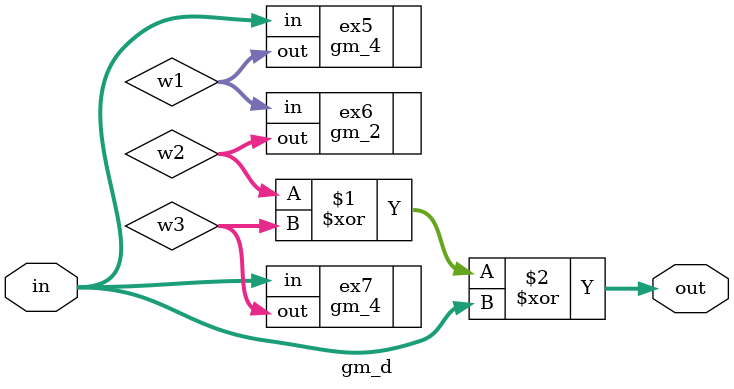
<source format=sv>
module gm_d (in, out);
	input [7:0] in;
	output [7:0] out;
	
	wire [7:0] w1, w2, w3;
	
	gm_4 ex5 (
		.in (in),
		.out (w1)
	);
	
	gm_2 ex6 (
		.in (w1),
		.out (w2)
	);
	 
	gm_4 ex7 (
		.in (in),
		.out (w3)
	);
	 

assign out = w2 ^ w3 ^ in;
 
endmodule

</source>
